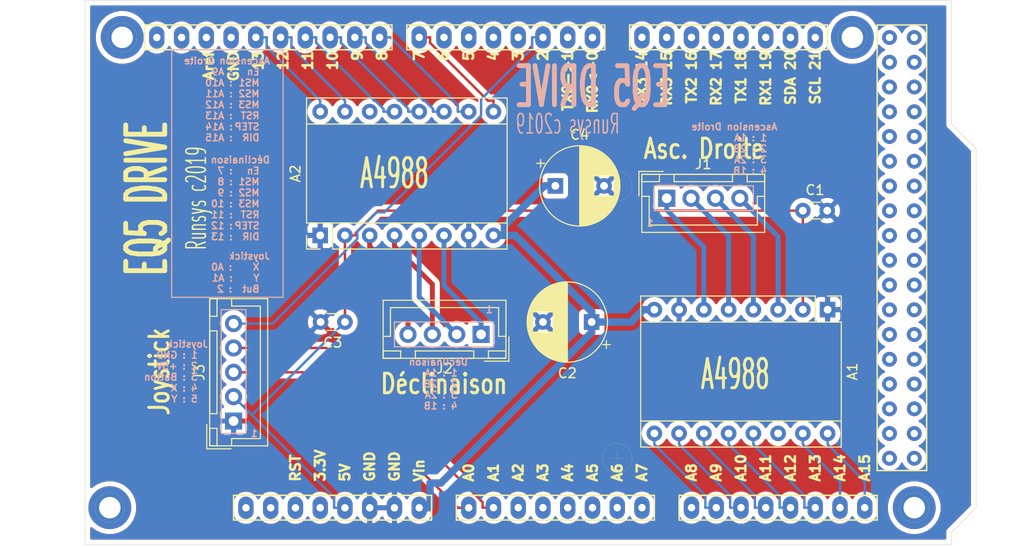
<source format=kicad_pcb>
(kicad_pcb (version 20171130) (host pcbnew 5.1.5-52549c5~84~ubuntu18.04.1)
  (layers (0 F.Cu signal) (31 B.Cu signal) (34 B.Paste user) (35 F.Paste user) (36 B.SilkS user) (37 F.SilkS user) (38 B.Mask user) (39 F.Mask user) (44 Edge.Cuts user))
  (net 0 "")
  (net 1 "Net-(SH1-Pad19)")
  (net 2 "Net-(SH1-Pad18)")
  (net 3 "Net-(SH1-Pad17)")
  (net 4 "Net-(SH1-Pad16)")
  (net 5 "Net-(SH1-Pad15)")
  (net 6 "Net-(SH1-Pad14)")
  (net 7 /13)
  (net 8 /12)
  (net 9 /11)
  (net 10 /10)
  (net 11 /9)
  (net 12 /8)
  (net 13 /7)
  (net 14 "Net-(SH1-Pad6)")
  (net 15 "Net-(SH1-Pad5)")
  (net 16 "Net-(SH1-Pad4)")
  (net 17 "Net-(SH1-Pad3)")
  (net 18 "Net-(SH1-Pad1)")
  (net 19 /A15)
  (net 20 /A14)
  (net 21 /A13)
  (net 22 /A12)
  (net 23 /A11)
  (net 24 /A10)
  (net 25 /A9)
  (net 26 "Net-(SH1-PadA8)")
  (net 27 "Net-(SH1-PadA7)")
  (net 28 "Net-(SH1-PadA6)")
  (net 29 "Net-(SH1-PadA5)")
  (net 30 "Net-(SH1-PadA4)")
  (net 31 "Net-(SH1-PadA3)")
  (net 32 "Net-(SH1-PadA2)")
  (net 33 "Net-(SH1-Pad21/2)")
  (net 34 "Net-(SH1-Pad20/2)")
  (net 35 "Net-(SH1-PadAREF)")
  (net 36 "Net-(SH1-PadGND3)")
  (net 37 "Net-(SH1-Pad0)")
  (net 38 "Net-(SH1-Pad20/1)")
  (net 39 "Net-(SH1-Pad21/1)")
  (net 40 "Net-(SH1-Pad5V/3)")
  (net 41 "Net-(SH1-Pad5V/2)")
  (net 42 "Net-(SH1-Pad49)")
  (net 43 "Net-(SH1-Pad48)")
  (net 44 "Net-(SH1-Pad47)")
  (net 45 "Net-(SH1-Pad46)")
  (net 46 "Net-(SH1-Pad45)")
  (net 47 "Net-(SH1-Pad44)")
  (net 48 "Net-(SH1-Pad43)")
  (net 49 "Net-(SH1-Pad42)")
  (net 50 "Net-(SH1-Pad41)")
  (net 51 "Net-(SH1-Pad40)")
  (net 52 "Net-(SH1-Pad39)")
  (net 53 "Net-(SH1-Pad38)")
  (net 54 "Net-(SH1-Pad37)")
  (net 55 "Net-(SH1-Pad36)")
  (net 56 "Net-(SH1-Pad35)")
  (net 57 "Net-(SH1-Pad34)")
  (net 58 "Net-(SH1-Pad33)")
  (net 59 "Net-(SH1-Pad32)")
  (net 60 "Net-(SH1-Pad31)")
  (net 61 "Net-(SH1-Pad30)")
  (net 62 "Net-(SH1-Pad29)")
  (net 63 "Net-(SH1-Pad28)")
  (net 64 "Net-(SH1-Pad27)")
  (net 65 "Net-(SH1-Pad26)")
  (net 66 "Net-(SH1-Pad25)")
  (net 67 "Net-(SH1-Pad24)")
  (net 68 "Net-(SH1-Pad23)")
  (net 69 "Net-(SH1-Pad22)")
  (net 70 "Net-(SH1-Pad53)")
  (net 71 "Net-(SH1-Pad52)")
  (net 72 "Net-(SH1-Pad51)")
  (net 73 "Net-(SH1-Pad50)")
  (net 74 "Net-(SH1-PadGND4)")
  (net 75 "Net-(SH1-Pad3V3)")
  (net 76 "Net-(SH1-PadRST)")
  (net 77 "Net-(SH1-PadIREF)")
  (net 78 "Net-(SH1-PadNC)")
  (net 79 "Net-(A1-Pad3)")
  (net 80 "Net-(A1-Pad4)")
  (net 81 "Net-(A1-Pad5)")
  (net 82 "Net-(A1-Pad6)")
  (net 83 "Net-(A1-Pad14)")
  (net 84 "Net-(A2-Pad3)")
  (net 85 "Net-(A2-Pad4)")
  (net 86 "Net-(A2-Pad5)")
  (net 87 "Net-(A2-Pad6)")
  (net 88 "Net-(A2-Pad14)")
  (net 89 GND)
  (net 90 +5V)
  (net 91 +12V)
  (net 92 "Net-(J3-Pad3)")
  (net 93 "Net-(J3-Pad4)")
  (net 94 "Net-(J3-Pad5)")
  (module Capacitor_THT:CP_Radial_D8.0mm_P5.00mm (layer F.Cu) (at 139.7 81.28)
    (fp_text reference C4 (at 2.5 -5.25) (layer F.SilkS))
    (fp_text value 100u)
    (pad 2 thru_hole circle (at 5 0) (size 1.6 1.6) (drill 0.8) (layers *.Cu *.Mask) (net 89 GND))
    (pad 1 thru_hole rect (at 0 0) (size 1.6 1.6) (drill 0.8) (layers *.Cu *.Mask) (net 91 +12V))
  )
  (module Capacitor_THT:CP_Radial_D8.0mm_P5.00mm (layer F.Cu) (at 143.43 95.25 180)
    (fp_text reference C2 (at 2.5 -5.25) (layer F.SilkS))
    (fp_text value 100u)
    (pad 2 thru_hole circle (at 5 0 180) (size 1.6 1.6) (drill 0.8) (layers *.Cu *.Mask) (net 89 GND))
    (pad 1 thru_hole rect (at 0 0 180) (size 1.6 1.6) (drill 0.8) (layers *.Cu *.Mask) (net 91 +12V))
  )
  (module MountingHole:MountingHole_2.2mm_M2_Pad (layer F.Cu) (at 176.53 114.3)
    (fp_text reference REF** hide)
    (fp_text value MountingHole_2.2mm_M2_Pad)
    (pad 1 thru_hole circle (at 0 0) (size 4.4 4.4) (drill 2.2) (layers *.Cu *.Mask))
  )
  (module MountingHole:MountingHole_2.2mm_M2_Pad (layer F.Cu) (at 170.18 66.04)
    (fp_text reference REF** hide)
    (fp_text value MountingHole_2.2mm_M2_Pad)
    (pad 1 thru_hole circle (at 0 0) (size 4.4 4.4) (drill 2.2) (layers *.Cu *.Mask))
  )
  (module MountingHole:MountingHole_2.2mm_M2_Pad (layer F.Cu) (at 93.98 114.3)
    (fp_text reference REF** hide)
    (fp_text value MountingHole_2.2mm_M2_Pad)
    (pad 1 thru_hole circle (at 0 0) (size 4.4 4.4) (drill 2.2) (layers *.Cu *.Mask))
  )
  (module MountingHole:MountingHole_2.2mm_M2_Pad (layer F.Cu) (at 95.25 66.04)
    (fp_text reference REF** hide)
    (fp_text value MountingHole_2.2mm_M2_Pad)
    (pad 1 thru_hole circle (at 0 0) (size 4.4 4.4) (drill 2.2) (layers *.Cu *.Mask))
  )
  (module Connectors_JST:JST_XH_B05B-XH-A_05x2.50mm_Straight (layer F.Cu) (at 106.68 105.41 90)
    (fp_text reference J3 (at 5 -3.5 90) (layer F.SilkS))
    (fp_text value Conn_01x05_Male)
    (pad 1 thru_hole rect (at 0 0 90) (size 1.75 1.75) (drill 1) (layers *.Cu *.Mask) (net 89 GND))
    (pad 2 thru_hole circle (at 2.5 0 90) (size 1.75 1.75) (drill 1) (layers *.Cu *.Mask) (net 90 +5V))
    (pad 3 thru_hole circle (at 5 0 90) (size 1.75 1.75) (drill 1) (layers *.Cu *.Mask) (net 92 "Net-(J3-Pad3)"))
    (pad 4 thru_hole circle (at 7.5 0 90) (size 1.75 1.75) (drill 1) (layers *.Cu *.Mask) (net 93 "Net-(J3-Pad4)"))
    (pad 5 thru_hole circle (at 10 0 90) (size 1.75 1.75) (drill 1) (layers *.Cu *.Mask) (net 94 "Net-(J3-Pad5)"))
  )
  (module Connectors_JST:JST_XH_B04B-XH-A_04x2.50mm_Straight (layer F.Cu) (at 132.08 96.52 180)
    (fp_text reference J2 (at 3.75 -3.5) (layer F.SilkS))
    (fp_text value Conn_01x04_Male)
    (pad 1 thru_hole rect (at 0 0 180) (size 1.75 1.75) (drill 1) (layers *.Cu *.Mask) (net 87 "Net-(A2-Pad6)"))
    (pad 2 thru_hole circle (at 2.5 0 180) (size 1.75 1.75) (drill 1) (layers *.Cu *.Mask) (net 86 "Net-(A2-Pad5)"))
    (pad 3 thru_hole circle (at 5 0 180) (size 1.75 1.75) (drill 1) (layers *.Cu *.Mask) (net 85 "Net-(A2-Pad4)"))
    (pad 4 thru_hole circle (at 7.5 0 180) (size 1.75 1.75) (drill 1) (layers *.Cu *.Mask) (net 84 "Net-(A2-Pad3)"))
  )
  (module Connectors_JST:JST_XH_B04B-XH-A_04x2.50mm_Straight (layer F.Cu) (at 151.13 82.55)
    (fp_text reference J1 (at 3.75 -3.5) (layer F.SilkS))
    (fp_text value Conn_01x04_Male)
    (pad 1 thru_hole rect (at 0 0) (size 1.75 1.75) (drill 1) (layers *.Cu *.Mask) (net 82 "Net-(A1-Pad6)"))
    (pad 2 thru_hole circle (at 2.5 0) (size 1.75 1.75) (drill 1) (layers *.Cu *.Mask) (net 81 "Net-(A1-Pad5)"))
    (pad 3 thru_hole circle (at 5 0) (size 1.75 1.75) (drill 1) (layers *.Cu *.Mask) (net 80 "Net-(A1-Pad4)"))
    (pad 4 thru_hole circle (at 7.5 0) (size 1.75 1.75) (drill 1) (layers *.Cu *.Mask) (net 79 "Net-(A1-Pad3)"))
  )
  (module Capacitors_THT:C_Disc_D3.0mm_W1.6mm_P2.50mm (layer F.Cu) (at 118.11 95.25 180)
    (fp_text reference C3 (at 1.25 -2.11) (layer F.SilkS))
    (fp_text value 100n)
    (pad 1 thru_hole circle (at 0 0 180) (size 1.6 1.6) (drill 0.8) (layers *.Cu *.Mask) (net 90 +5V))
    (pad 2 thru_hole circle (at 2.5 0 180) (size 1.6 1.6) (drill 0.8) (layers *.Cu *.Mask) (net 89 GND))
  )
  (module Capacitors_THT:C_Disc_D3.0mm_W1.6mm_P2.50mm (layer F.Cu) (at 165.1 83.82)
    (fp_text reference C1 (at 1.25 -2.11) (layer F.SilkS))
    (fp_text value 100n)
    (pad 1 thru_hole circle (at 0 0) (size 1.6 1.6) (drill 0.8) (layers *.Cu *.Mask) (net 90 +5V))
    (pad 2 thru_hole circle (at 2.5 0) (size 1.6 1.6) (drill 0.8) (layers *.Cu *.Mask) (net 89 GND))
  )
  (module Modules:Pololu_Breakout-16_15.2x20.3mm (layer F.Cu) (at 115.57 86.36 90)
    (fp_text reference A2 (at 6.35 -2.54 90) (layer F.SilkS))
    (fp_text value Pololu_Breakout_A4988)
    (pad 1 thru_hole rect (at 0 0 90) (size 1.6 1.6) (drill 0.8) (layers *.Cu *.Mask) (net 89 GND))
    (pad 9 thru_hole oval (at 12.7 17.78 90) (size 1.6 1.6) (drill 0.8) (layers *.Cu *.Mask) (net 13 /7))
    (pad 2 thru_hole oval (at 0 2.54 90) (size 1.6 1.6) (drill 0.8) (layers *.Cu *.Mask) (net 90 +5V))
    (pad 10 thru_hole oval (at 12.7 15.24 90) (size 1.6 1.6) (drill 0.8) (layers *.Cu *.Mask) (net 12 /8))
    (pad 3 thru_hole oval (at 0 5.08 90) (size 1.6 1.6) (drill 0.8) (layers *.Cu *.Mask) (net 84 "Net-(A2-Pad3)"))
    (pad 11 thru_hole oval (at 12.7 12.7 90) (size 1.6 1.6) (drill 0.8) (layers *.Cu *.Mask) (net 11 /9))
    (pad 4 thru_hole oval (at 0 7.62 90) (size 1.6 1.6) (drill 0.8) (layers *.Cu *.Mask) (net 85 "Net-(A2-Pad4)"))
    (pad 12 thru_hole oval (at 12.7 10.16 90) (size 1.6 1.6) (drill 0.8) (layers *.Cu *.Mask) (net 10 /10))
    (pad 5 thru_hole oval (at 0 10.16 90) (size 1.6 1.6) (drill 0.8) (layers *.Cu *.Mask) (net 86 "Net-(A2-Pad5)"))
    (pad 13 thru_hole oval (at 12.7 7.62 90) (size 1.6 1.6) (drill 0.8) (layers *.Cu *.Mask) (net 9 /11))
    (pad 6 thru_hole oval (at 0 12.7 90) (size 1.6 1.6) (drill 0.8) (layers *.Cu *.Mask) (net 87 "Net-(A2-Pad6)"))
    (pad 14 thru_hole oval (at 12.7 5.08 90) (size 1.6 1.6) (drill 0.8) (layers *.Cu *.Mask) (net 88 "Net-(A2-Pad14)"))
    (pad 7 thru_hole oval (at 0 15.24 90) (size 1.6 1.6) (drill 0.8) (layers *.Cu *.Mask) (net 89 GND))
    (pad 15 thru_hole oval (at 12.7 2.54 90) (size 1.6 1.6) (drill 0.8) (layers *.Cu *.Mask) (net 8 /12))
    (pad 8 thru_hole oval (at 0 17.78 90) (size 1.6 1.6) (drill 0.8) (layers *.Cu *.Mask) (net 91 +12V))
    (pad 16 thru_hole oval (at 12.7 0 90) (size 1.6 1.6) (drill 0.8) (layers *.Cu *.Mask) (net 7 /13))
  )
  (module Modules:Pololu_Breakout-16_15.2x20.3mm (layer F.Cu) (at 167.64 93.98 270)
    (fp_text reference A1 (at 6.35 -2.54 90) (layer F.SilkS))
    (fp_text value Pololu_Breakout_A4988)
    (pad 1 thru_hole rect (at 0 0 270) (size 1.6 1.6) (drill 0.8) (layers *.Cu *.Mask) (net 89 GND))
    (pad 9 thru_hole oval (at 12.7 17.78 270) (size 1.6 1.6) (drill 0.8) (layers *.Cu *.Mask) (net 25 /A9))
    (pad 2 thru_hole oval (at 0 2.54 270) (size 1.6 1.6) (drill 0.8) (layers *.Cu *.Mask) (net 90 +5V))
    (pad 10 thru_hole oval (at 12.7 15.24 270) (size 1.6 1.6) (drill 0.8) (layers *.Cu *.Mask) (net 24 /A10))
    (pad 3 thru_hole oval (at 0 5.08 270) (size 1.6 1.6) (drill 0.8) (layers *.Cu *.Mask) (net 79 "Net-(A1-Pad3)"))
    (pad 11 thru_hole oval (at 12.7 12.7 270) (size 1.6 1.6) (drill 0.8) (layers *.Cu *.Mask) (net 23 /A11))
    (pad 4 thru_hole oval (at 0 7.62 270) (size 1.6 1.6) (drill 0.8) (layers *.Cu *.Mask) (net 80 "Net-(A1-Pad4)"))
    (pad 12 thru_hole oval (at 12.7 10.16 270) (size 1.6 1.6) (drill 0.8) (layers *.Cu *.Mask) (net 22 /A12))
    (pad 5 thru_hole oval (at 0 10.16 270) (size 1.6 1.6) (drill 0.8) (layers *.Cu *.Mask) (net 81 "Net-(A1-Pad5)"))
    (pad 13 thru_hole oval (at 12.7 7.62 270) (size 1.6 1.6) (drill 0.8) (layers *.Cu *.Mask) (net 21 /A13))
    (pad 6 thru_hole oval (at 0 12.7 270) (size 1.6 1.6) (drill 0.8) (layers *.Cu *.Mask) (net 82 "Net-(A1-Pad6)"))
    (pad 14 thru_hole oval (at 12.7 5.08 270) (size 1.6 1.6) (drill 0.8) (layers *.Cu *.Mask) (net 83 "Net-(A1-Pad14)"))
    (pad 7 thru_hole oval (at 0 15.24 270) (size 1.6 1.6) (drill 0.8) (layers *.Cu *.Mask) (net 89 GND))
    (pad 15 thru_hole oval (at 12.7 2.54 270) (size 1.6 1.6) (drill 0.8) (layers *.Cu *.Mask) (net 20 /A14))
    (pad 8 thru_hole oval (at 0 17.78 270) (size 1.6 1.6) (drill 0.8) (layers *.Cu *.Mask) (net 91 +12V))
    (pad 16 thru_hole oval (at 12.7 0 270) (size 1.6 1.6) (drill 0.8) (layers *.Cu *.Mask) (net 19 /A15))
  )
  (module SHIELD_ARDUINO:ARDUINO_MEGA_2560_R3_ELL (layer F.Cu) (at 130.81 90.17)
    (fp_text reference SH1 hide)
    (fp_text value ARDUINO_MEGA hide)
    (pad 19 thru_hole oval (at 30.48 -24.13) (size 1.5748 2.286) (drill 0.762) (layers *.Cu *.Mask) (net 1 "Net-(SH1-Pad19)"))
    (pad 18 thru_hole oval (at 27.94 -24.13) (size 1.5748 2.286) (drill 0.762) (layers *.Cu *.Mask) (net 2 "Net-(SH1-Pad18)"))
    (pad 17 thru_hole oval (at 25.4 -24.13) (size 1.5748 2.286) (drill 0.762) (layers *.Cu *.Mask) (net 3 "Net-(SH1-Pad17)"))
    (pad 16 thru_hole oval (at 22.86 -24.13) (size 1.5748 2.286) (drill 0.762) (layers *.Cu *.Mask) (net 4 "Net-(SH1-Pad16)"))
    (pad 15 thru_hole oval (at 20.32 -24.13) (size 1.5748 2.286) (drill 0.762) (layers *.Cu *.Mask) (net 5 "Net-(SH1-Pad15)"))
    (pad 14 thru_hole oval (at 17.78 -24.13) (size 1.5748 2.286) (drill 0.762) (layers *.Cu *.Mask) (net 6 "Net-(SH1-Pad14)"))
    (pad 13 thru_hole oval (at -21.844 -24.13) (size 1.5748 2.286) (drill 0.762) (layers *.Cu *.Mask) (net 7 /13))
    (pad 12 thru_hole oval (at -19.304 -24.13) (size 1.5748 2.286) (drill 0.762) (layers *.Cu *.Mask) (net 8 /12))
    (pad 11 thru_hole oval (at -16.764 -24.13) (size 1.5748 2.286) (drill 0.762) (layers *.Cu *.Mask) (net 9 /11))
    (pad 10 thru_hole oval (at -14.224 -24.13) (size 1.5748 2.286) (drill 0.762) (layers *.Cu *.Mask) (net 10 /10))
    (pad 9 thru_hole oval (at -11.684 -24.13) (size 1.5748 2.286) (drill 0.762) (layers *.Cu *.Mask) (net 11 /9))
    (pad 8 thru_hole oval (at -9.144 -24.13) (size 1.5748 2.286) (drill 0.762) (layers *.Cu *.Mask) (net 12 /8))
    (pad 7 thru_hole oval (at -5.08 -24.13) (size 1.5748 2.286) (drill 0.762) (layers *.Cu *.Mask) (net 13 /7))
    (pad 6 thru_hole oval (at -2.54 -24.13) (size 1.5748 2.286) (drill 0.762) (layers *.Cu *.Mask) (net 14 "Net-(SH1-Pad6)"))
    (pad 5 thru_hole oval (at 0 -24.13) (size 1.5748 2.286) (drill 0.762) (layers *.Cu *.Mask) (net 15 "Net-(SH1-Pad5)"))
    (pad 4 thru_hole oval (at 2.54 -24.13) (size 1.5748 2.286) (drill 0.762) (layers *.Cu *.Mask) (net 16 "Net-(SH1-Pad4)"))
    (pad 3 thru_hole oval (at 5.08 -24.13) (size 1.5748 2.286) (drill 0.762) (layers *.Cu *.Mask) (net 17 "Net-(SH1-Pad3)"))
    (pad 2 thru_hole oval (at 7.62 -24.13) (size 1.5748 2.286) (drill 0.762) (layers *.Cu *.Mask) (net 94 "Net-(J3-Pad5)"))
    (pad 1 thru_hole oval (at 10.16 -24.13) (size 1.5748 2.286) (drill 0.762) (layers *.Cu *.Mask) (net 18 "Net-(SH1-Pad1)"))
    (pad A15 thru_hole oval (at 40.64 24.13) (size 1.5748 2.286) (drill 0.762) (layers *.Cu *.Mask) (net 19 /A15))
    (pad A14 thru_hole oval (at 38.1 24.13) (size 1.5748 2.286) (drill 0.762) (layers *.Cu *.Mask) (net 20 /A14))
    (pad A13 thru_hole oval (at 35.56 24.13) (size 1.5748 2.286) (drill 0.762) (layers *.Cu *.Mask) (net 21 /A13))
    (pad A12 thru_hole oval (at 33.02 24.13) (size 1.5748 2.286) (drill 0.762) (layers *.Cu *.Mask) (net 22 /A12))
    (pad A11 thru_hole oval (at 30.48 24.13) (size 1.5748 2.286) (drill 0.762) (layers *.Cu *.Mask) (net 23 /A11))
    (pad A10 thru_hole oval (at 27.94 24.13) (size 1.5748 2.286) (drill 0.762) (layers *.Cu *.Mask) (net 24 /A10))
    (pad A9 thru_hole oval (at 25.4 24.13) (size 1.5748 2.286) (drill 0.762) (layers *.Cu *.Mask) (net 25 /A9))
    (pad A8 thru_hole oval (at 22.86 24.13) (size 1.5748 2.286) (drill 0.762) (layers *.Cu *.Mask) (net 26 "Net-(SH1-PadA8)"))
    (pad A7 thru_hole oval (at 17.78 24.13) (size 1.5748 2.286) (drill 0.762) (layers *.Cu *.Mask) (net 27 "Net-(SH1-PadA7)"))
    (pad A6 thru_hole oval (at 15.24 24.13) (size 1.5748 2.286) (drill 0.762) (layers *.Cu *.Mask) (net 28 "Net-(SH1-PadA6)"))
    (pad A5 thru_hole oval (at 12.7 24.13) (size 1.5748 2.286) (drill 0.762) (layers *.Cu *.Mask) (net 29 "Net-(SH1-PadA5)"))
    (pad A4 thru_hole oval (at 10.16 24.13) (size 1.5748 2.286) (drill 0.762) (layers *.Cu *.Mask) (net 30 "Net-(SH1-PadA4)"))
    (pad A3 thru_hole oval (at 7.62 24.13) (size 1.5748 2.286) (drill 0.762) (layers *.Cu *.Mask) (net 31 "Net-(SH1-PadA3)"))
    (pad A2 thru_hole oval (at 5.08 24.13) (size 1.5748 2.286) (drill 0.762) (layers *.Cu *.Mask) (net 32 "Net-(SH1-PadA2)"))
    (pad A1 thru_hole oval (at 2.54 24.13) (size 1.5748 2.286) (drill 0.762) (layers *.Cu *.Mask) (net 93 "Net-(J3-Pad4)"))
    (pad 21/2 thru_hole oval (at -32.004 -24.1173) (size 1.5748 2.286) (drill 0.762) (layers *.Cu *.Mask) (net 33 "Net-(SH1-Pad21/2)"))
    (pad 20/2 thru_hole oval (at -29.464 -24.1173) (size 1.5748 2.286) (drill 0.762) (layers *.Cu *.Mask) (net 34 "Net-(SH1-Pad20/2)"))
    (pad AREF thru_hole oval (at -26.924 -24.1173) (size 1.5748 2.286) (drill 0.762) (layers *.Cu *.Mask) (net 35 "Net-(SH1-PadAREF)"))
    (pad GND3 thru_hole oval (at -24.384 -24.1173) (size 1.5748 2.286) (drill 0.762) (layers *.Cu *.Mask) (net 36 "Net-(SH1-PadGND3)"))
    (pad 0 thru_hole oval (at 12.7 -24.1173) (size 1.5748 2.286) (drill 0.762) (layers *.Cu *.Mask) (net 37 "Net-(SH1-Pad0)"))
    (pad 20/1 thru_hole oval (at 33.02 -24.1173) (size 1.5748 2.286) (drill 0.762) (layers *.Cu *.Mask) (net 38 "Net-(SH1-Pad20/1)"))
    (pad 21/1 thru_hole oval (at 35.56 -24.1173) (size 1.5748 2.286) (drill 0.762) (layers *.Cu *.Mask) (net 39 "Net-(SH1-Pad21/1)"))
    (pad 5V/3 thru_hole circle (at 45.72 -24.1173) (size 1.524 1.524) (drill 0.762) (layers *.Cu *.Mask) (net 40 "Net-(SH1-Pad5V/3)"))
    (pad 5V/2 thru_hole circle (at 43.18 -24.1173) (size 1.524 1.524) (drill 0.762) (layers *.Cu *.Mask) (net 41 "Net-(SH1-Pad5V/2)"))
    (pad 49 thru_hole circle (at 45.72 11.4427) (size 1.524 1.524) (drill 0.762) (layers *.Cu *.Mask) (net 42 "Net-(SH1-Pad49)"))
    (pad 48 thru_hole circle (at 43.18 11.4427) (size 1.524 1.524) (drill 0.762) (layers *.Cu *.Mask) (net 43 "Net-(SH1-Pad48)"))
    (pad 47 thru_hole circle (at 45.72 8.9027) (size 1.524 1.524) (drill 0.762) (layers *.Cu *.Mask) (net 44 "Net-(SH1-Pad47)"))
    (pad 46 thru_hole circle (at 43.18 8.9027) (size 1.524 1.524) (drill 0.762) (layers *.Cu *.Mask) (net 45 "Net-(SH1-Pad46)"))
    (pad 45 thru_hole circle (at 45.72 6.3627) (size 1.524 1.524) (drill 0.762) (layers *.Cu *.Mask) (net 46 "Net-(SH1-Pad45)"))
    (pad 44 thru_hole circle (at 43.18 6.3627) (size 1.524 1.524) (drill 0.762) (layers *.Cu *.Mask) (net 47 "Net-(SH1-Pad44)"))
    (pad 43 thru_hole circle (at 45.72 3.8227) (size 1.524 1.524) (drill 0.762) (layers *.Cu *.Mask) (net 48 "Net-(SH1-Pad43)"))
    (pad 42 thru_hole circle (at 43.18 3.8227) (size 1.524 1.524) (drill 0.762) (layers *.Cu *.Mask) (net 49 "Net-(SH1-Pad42)"))
    (pad 41 thru_hole circle (at 45.72 1.2827) (size 1.524 1.524) (drill 0.762) (layers *.Cu *.Mask) (net 50 "Net-(SH1-Pad41)"))
    (pad 40 thru_hole circle (at 43.18 1.2827) (size 1.524 1.524) (drill 0.762) (layers *.Cu *.Mask) (net 51 "Net-(SH1-Pad40)"))
    (pad 39 thru_hole circle (at 45.72 -1.2573) (size 1.524 1.524) (drill 0.762) (layers *.Cu *.Mask) (net 52 "Net-(SH1-Pad39)"))
    (pad 38 thru_hole circle (at 43.18 -1.2573) (size 1.524 1.524) (drill 0.762) (layers *.Cu *.Mask) (net 53 "Net-(SH1-Pad38)"))
    (pad 37 thru_hole circle (at 45.72 -3.7973) (size 1.524 1.524) (drill 0.762) (layers *.Cu *.Mask) (net 54 "Net-(SH1-Pad37)"))
    (pad 36 thru_hole circle (at 43.18 -3.7973) (size 1.524 1.524) (drill 0.762) (layers *.Cu *.Mask) (net 55 "Net-(SH1-Pad36)"))
    (pad 35 thru_hole circle (at 45.72 -6.3373) (size 1.524 1.524) (drill 0.762) (layers *.Cu *.Mask) (net 56 "Net-(SH1-Pad35)"))
    (pad 34 thru_hole circle (at 43.18 -6.3373) (size 1.524 1.524) (drill 0.762) (layers *.Cu *.Mask) (net 57 "Net-(SH1-Pad34)"))
    (pad 33 thru_hole circle (at 45.72 -8.8773) (size 1.524 1.524) (drill 0.762) (layers *.Cu *.Mask) (net 58 "Net-(SH1-Pad33)"))
    (pad 32 thru_hole circle (at 43.18 -8.8773) (size 1.524 1.524) (drill 0.762) (layers *.Cu *.Mask) (net 59 "Net-(SH1-Pad32)"))
    (pad 31 thru_hole circle (at 45.72 -11.4173) (size 1.524 1.524) (drill 0.762) (layers *.Cu *.Mask) (net 60 "Net-(SH1-Pad31)"))
    (pad 30 thru_hole circle (at 43.18 -11.4173) (size 1.524 1.524) (drill 0.762) (layers *.Cu *.Mask) (net 61 "Net-(SH1-Pad30)"))
    (pad 29 thru_hole circle (at 45.72 -13.9573) (size 1.524 1.524) (drill 0.762) (layers *.Cu *.Mask) (net 62 "Net-(SH1-Pad29)"))
    (pad 28 thru_hole circle (at 43.18 -13.9573) (size 1.524 1.524) (drill 0.762) (layers *.Cu *.Mask) (net 63 "Net-(SH1-Pad28)"))
    (pad 27 thru_hole circle (at 45.72 -16.4973) (size 1.524 1.524) (drill 0.762) (layers *.Cu *.Mask) (net 64 "Net-(SH1-Pad27)"))
    (pad 26 thru_hole circle (at 43.18 -16.4973) (size 1.524 1.524) (drill 0.762) (layers *.Cu *.Mask) (net 65 "Net-(SH1-Pad26)"))
    (pad 25 thru_hole circle (at 45.72 -19.0373) (size 1.524 1.524) (drill 0.762) (layers *.Cu *.Mask) (net 66 "Net-(SH1-Pad25)"))
    (pad 24 thru_hole circle (at 43.18 -19.0373) (size 1.524 1.524) (drill 0.762) (layers *.Cu *.Mask) (net 67 "Net-(SH1-Pad24)"))
    (pad 23 thru_hole circle (at 45.72 -21.5773) (size 1.524 1.524) (drill 0.762) (layers *.Cu *.Mask) (net 68 "Net-(SH1-Pad23)"))
    (pad 22 thru_hole circle (at 43.18 -21.5773) (size 1.524 1.524) (drill 0.762) (layers *.Cu *.Mask) (net 69 "Net-(SH1-Pad22)"))
    (pad 53 thru_hole circle (at 45.72 16.5227) (size 1.524 1.524) (drill 0.762) (layers *.Cu *.Mask) (net 70 "Net-(SH1-Pad53)"))
    (pad 52 thru_hole circle (at 43.18 16.5227) (size 1.524 1.524) (drill 0.762) (layers *.Cu *.Mask) (net 71 "Net-(SH1-Pad52)"))
    (pad 51 thru_hole circle (at 45.72 13.9827) (size 1.524 1.524) (drill 0.762) (layers *.Cu *.Mask) (net 72 "Net-(SH1-Pad51)"))
    (pad 50 thru_hole circle (at 43.18 13.9827) (size 1.524 1.524) (drill 0.762) (layers *.Cu *.Mask) (net 73 "Net-(SH1-Pad50)"))
    (pad GND5 thru_hole circle (at 45.72 19.0627) (size 1.524 1.524) (drill 0.762) (layers *.Cu *.Mask))
    (pad GND4 thru_hole circle (at 43.18 19.0627) (size 1.524 1.524) (drill 0.762) (layers *.Cu *.Mask) (net 74 "Net-(SH1-PadGND4)"))
    (pad A0 thru_hole oval (at 0 24.1427) (size 1.5748 2.286) (drill 0.762) (layers *.Cu *.Mask) (net 92 "Net-(J3-Pad3)"))
    (pad VIN thru_hole oval (at -5.08 24.1427) (size 1.5748 2.286) (drill 0.762) (layers *.Cu *.Mask) (net 91 +12V))
    (pad GND2 thru_hole oval (at -7.62 24.1427) (size 1.5748 2.286) (drill 0.762) (layers *.Cu *.Mask) (net 89 GND))
    (pad GND1 thru_hole oval (at -10.16 24.1427) (size 1.5748 2.286) (drill 0.762) (layers *.Cu *.Mask) (net 89 GND))
    (pad 5V/1 thru_hole oval (at -12.7 24.1427) (size 1.5748 2.286) (drill 0.762) (layers *.Cu *.Mask) (net 90 +5V))
    (pad 3V3 thru_hole oval (at -15.24 24.1427) (size 1.5748 2.286) (drill 0.762) (layers *.Cu *.Mask) (net 75 "Net-(SH1-Pad3V3)"))
    (pad RST thru_hole oval (at -17.78 24.1427) (size 1.5748 2.286) (drill 0.762) (layers *.Cu *.Mask) (net 76 "Net-(SH1-PadRST)"))
    (pad IREF thru_hole oval (at -20.32 24.1427) (size 1.5748 2.286) (drill 0.762) (layers *.Cu *.Mask) (net 77 "Net-(SH1-PadIREF)"))
    (pad NC thru_hole oval (at -22.86 24.1427) (size 1.5748 2.286) (drill 0.762) (layers *.Cu *.Mask) (net 78 "Net-(SH1-PadNC)"))
  )
  (gr_line (start 111.76 67.31) (end 111.76 92.71) (layer B.SilkS) (width 0.12))
  (gr_line (start 100.33 67.31) (end 111.76 67.31) (layer B.SilkS) (width 0.12))
  (gr_line (start 100.33 92.71) (end 100.33 67.31) (layer B.SilkS) (width 0.12))
  (gr_line (start 111.76 92.71) (end 100.33 92.71) (layer B.SilkS) (width 0.12))
  (gr_line (start 180.34 118.11) (end 180.34 116.84) (layer Edge.Cuts) (width 0.05))
  (gr_line (start 180.34 118.11) (end 91.44 118.11) (layer Edge.Cuts) (width 0.05))
  (gr_line (start 182.88 77.47) (end 182.88 81.28) (layer Edge.Cuts) (width 0.05))
  (gr_line (start 180.34 74.93) (end 182.88 77.47) (layer Edge.Cuts) (width 0.05))
  (gr_line (start 180.34 62.23) (end 180.34 74.93) (layer Edge.Cuts) (width 0.05))
  (gr_line (start 182.88 114.3) (end 182.88 81.28) (layer Edge.Cuts) (width 0.05))
  (gr_line (start 180.34 116.84) (end 182.88 114.3) (layer Edge.Cuts) (width 0.05))
  (gr_text "\n: 7\n: 8\n: 9\n: 10\n: 11  \n: 12\n: 13" (at 106.68 82.55) (layer B.SilkS) (effects (font (size 0.7 0.7)) (justify left mirror)))
  (gr_text "\n: A9\n: A10\n: A11\n: A12\n: A13  \n: A14\n: A15" (at 106.68 72.39) (layer B.SilkS) (effects (font (size 0.7 0.7)) (justify left mirror)))
  (gr_text 1 (at 109.22 106.68) (layer B.SilkS) (effects (font (size 0.7 0.7)) (justify left mirror)))
  (gr_text 1 (at 149.86 85.09) (layer B.SilkS) (effects (font (size 0.7 0.7)) (justify left mirror)))
  (gr_text 1 (at 133.35 93.98) (layer B.SilkS) (effects (font (size 0.7 0.7)) (justify left mirror)))
  (gr_text "Joystick\n  1 : GND\n  2 : +5V\n  3 : Button\n  4 : X\n  5 : Y\n" (at 104.14 100.33) (layer B.SilkS) (effects (font (size 0.7 0.7)) (justify left mirror)))
  (gr_text "Déclinaison\n  En\n  MS1\n  MS2\n  MS3\n  RST\n  STEP\n  DIR" (at 110.49 82.55) (layer B.SilkS) (effects (font (size 0.7 0.7)) (justify left mirror)))
  (gr_text "Ascension Droite\n  En\n  MS1\n  MS2\n  MS3\n  RST  \n  STEP\n  DIR" (at 110.49 72.39) (layer B.SilkS) (effects (font (size 0.7 0.7)) (justify left mirror)))
  (gr_text "Joystick\n  X    : A0\n  Y    : A1\n  But  : 2\n" (at 110.49 90.17) (layer B.SilkS) (effects (font (size 0.7 0.7)) (justify left mirror)))
  (gr_line (start 105.41 106.68) (end 107.95 106.68) (layer B.SilkS) (width 0.12))
  (gr_line (start 107.95 106.68) (end 107.95 93.98) (layer B.SilkS) (width 0.12))
  (gr_line (start 105.41 93.98) (end 105.41 106.68) (layer B.SilkS) (width 0.12))
  (gr_line (start 107.95 93.98) (end 105.41 93.98) (layer B.SilkS) (width 0.12))
  (gr_line (start 160.02 83.82) (end 160.02 81.28) (layer B.SilkS) (width 0.12))
  (gr_line (start 149.86 83.82) (end 160.02 83.82) (layer B.SilkS) (width 0.12))
  (gr_line (start 149.86 81.28) (end 149.86 83.82) (layer B.SilkS) (width 0.12))
  (gr_line (start 160.02 81.28) (end 149.86 81.28) (layer B.SilkS) (width 0.12))
  (gr_line (start 133.35 95.25) (end 123.19 95.25) (layer B.SilkS) (width 0.12))
  (gr_line (start 133.35 97.79) (end 133.35 95.25) (layer B.SilkS) (width 0.12))
  (gr_line (start 123.19 97.79) (end 133.35 97.79) (layer B.SilkS) (width 0.12))
  (gr_line (start 123.19 95.25) (end 123.19 97.79) (layer B.SilkS) (width 0.12))
  (gr_text "Runsys c2019" (at 140.97 74.93) (layer B.SilkS) (effects (font (size 2 1)) (justify mirror)))
  (gr_text "EQ5 DRIVE" (at 143.51 71.12) (layer B.SilkS) (effects (font (size 4 2) (thickness 0.5)) (justify mirror)))
  (gr_text "Déclinaison\n  1 : 1A\n  2 : 2B\n  3 : 2A\n  4 : 1B" (at 130.81 101.6) (layer B.SilkS) (effects (font (size 0.7 0.7)) (justify left mirror)))
  (gr_text "Ascension Droite\n  1 : 1A\n  2 : 2B\n  3 : 2A\n  4 : 1B" (at 162.56 77.47) (layer B.SilkS) (effects (font (size 0.7 0.7)) (justify left mirror)))
  (gr_text A4988 (at 158.159828 100.618087) (layer F.SilkS) (effects (font (size 3 1.5) (thickness 0.3))))
  (gr_text A4988 (at 123.19 80.01) (layer F.SilkS) (effects (font (size 3 1.5) (thickness 0.3))))
  (gr_text 8 (at 121.92 67.31 90) (layer F.SilkS) (effects (font (size 1 1) (thickness 0.25)) (justify right)))
  (gr_text 9 (at 119.38 67.31 90) (layer F.SilkS) (effects (font (size 1 1) (thickness 0.25)) (justify right)))
  (gr_text 10 (at 116.84 67.31 90) (layer F.SilkS) (effects (font (size 1 1) (thickness 0.25)) (justify right)))
  (gr_text 11 (at 114.3 67.31 90) (layer F.SilkS) (effects (font (size 1 1) (thickness 0.25)) (justify right)))
  (gr_text 12 (at 111.76 67.31 90) (layer F.SilkS) (effects (font (size 1 1) (thickness 0.25)) (justify right)))
  (gr_text 13 (at 109.22 67.31 90) (layer F.SilkS) (effects (font (size 1 1) (thickness 0.25)) (justify right)))
  (gr_text "GND\n" (at 106.68 67.31 90) (layer F.SilkS) (effects (font (size 1 1) (thickness 0.25)) (justify right)))
  (gr_text Aref (at 104.14 67.31 90) (layer F.SilkS) (effects (font (size 1 1) (thickness 0.25)) (justify right)))
  (gr_text "SCL 21\n" (at 166.37 67.31 90) (layer F.SilkS) (effects (font (size 1 1) (thickness 0.25)) (justify right)))
  (gr_text "SDA 20" (at 163.83 67.31 90) (layer F.SilkS) (effects (font (size 1 1) (thickness 0.25)) (justify right)))
  (gr_text "RX1 19" (at 161.29 67.31 90) (layer F.SilkS) (effects (font (size 1 1) (thickness 0.25)) (justify right)))
  (gr_text "TX1 18" (at 158.75 67.31 90) (layer F.SilkS) (effects (font (size 1 1) (thickness 0.25)) (justify right)))
  (gr_text "RX2 17" (at 156.21 67.31 90) (layer F.SilkS) (effects (font (size 1 1) (thickness 0.25)) (justify right)))
  (gr_text "TX2 16" (at 153.67 67.31 90) (layer F.SilkS) (effects (font (size 1 1) (thickness 0.25)) (justify right)))
  (gr_text "RX3 15" (at 151.13 67.31 90) (layer F.SilkS) (effects (font (size 1 1) (thickness 0.25)) (justify right)))
  (gr_text "TX3 14" (at 148.59 67.31 90) (layer F.SilkS) (effects (font (size 1 1) (thickness 0.25)) (justify right)))
  (gr_text RX0<-0 (at 143.51 67.31 90) (layer F.SilkS) (effects (font (size 1 1) (thickness 0.25)) (justify right)))
  (gr_text TX0->1 (at 140.97 67.31 90) (layer F.SilkS) (effects (font (size 1 1) (thickness 0.25)) (justify right)))
  (gr_text 2 (at 138.43 67.31 90) (layer F.SilkS) (effects (font (size 1 1) (thickness 0.25)) (justify right)))
  (gr_text 3 (at 135.89 67.31 90) (layer F.SilkS) (effects (font (size 1 1) (thickness 0.25)) (justify right)))
  (gr_text 4 (at 133.35 67.31 90) (layer F.SilkS) (effects (font (size 1 1) (thickness 0.25)) (justify right)))
  (gr_text 5 (at 130.81 67.31 90) (layer F.SilkS) (effects (font (size 1 1) (thickness 0.25)) (justify right)))
  (gr_text "6\n" (at 128.27 67.31 90) (layer F.SilkS) (effects (font (size 1 1) (thickness 0.25)) (justify right)))
  (gr_text 7 (at 125.73 67.31 90) (layer F.SilkS) (effects (font (size 1 1) (thickness 0.25)) (justify right)))
  (gr_text A15 (at 171.45 111.76 90) (layer F.SilkS) (effects (font (size 1 1) (thickness 0.25)) (justify left)))
  (gr_text "A14\n" (at 168.91 111.76 90) (layer F.SilkS) (effects (font (size 1 1) (thickness 0.25)) (justify left)))
  (gr_text A13 (at 166.37 111.76 90) (layer F.SilkS) (effects (font (size 1 1) (thickness 0.25)) (justify left)))
  (gr_text "A12\n" (at 163.83 111.76 90) (layer F.SilkS) (effects (font (size 1 1) (thickness 0.25)) (justify left)))
  (gr_text A11 (at 161.29 111.76 90) (layer F.SilkS) (effects (font (size 1 1) (thickness 0.25)) (justify left)))
  (gr_text A10 (at 158.75 111.76 90) (layer F.SilkS) (effects (font (size 1 1) (thickness 0.25)) (justify left)))
  (gr_text A9 (at 156.21 111.76 90) (layer F.SilkS) (effects (font (size 1 1) (thickness 0.25)) (justify left)))
  (gr_text A8 (at 153.67 111.76 90) (layer F.SilkS) (effects (font (size 1 1) (thickness 0.25)) (justify left)))
  (gr_text "A7\n" (at 148.59 111.76 90) (layer F.SilkS) (effects (font (size 1 1) (thickness 0.25)) (justify left)))
  (gr_text A6 (at 146.05 111.76 90) (layer F.SilkS) (effects (font (size 1 1) (thickness 0.25)) (justify left)))
  (gr_text A5 (at 143.51 111.76 90) (layer F.SilkS) (effects (font (size 1 1) (thickness 0.25)) (justify left)))
  (gr_text A4 (at 140.97 111.76 90) (layer F.SilkS) (effects (font (size 1 1) (thickness 0.25)) (justify left)))
  (gr_text "A3\n" (at 138.43 111.76 90) (layer F.SilkS) (effects (font (size 1 1) (thickness 0.25)) (justify left)))
  (gr_text A2 (at 135.89 111.76 90) (layer F.SilkS) (effects (font (size 1 1) (thickness 0.25)) (justify left)))
  (gr_text A1 (at 133.35 111.76 90) (layer F.SilkS) (effects (font (size 1 1) (thickness 0.25)) (justify left)))
  (gr_text A0 (at 130.81 111.76 90) (layer F.SilkS) (effects (font (size 1 1) (thickness 0.25)) (justify left)))
  (gr_text "RST\n" (at 113.03 111.76 90) (layer F.SilkS) (effects (font (size 1 1) (thickness 0.25)) (justify left)))
  (gr_text 3.3V (at 115.57 111.76 90) (layer F.SilkS) (effects (font (size 1 1) (thickness 0.25)) (justify left)))
  (gr_text 5V (at 118.11 111.76 90) (layer F.SilkS) (effects (font (size 1 1) (thickness 0.25)) (justify left)))
  (gr_text Vin (at 125.73 111.76 90) (layer F.SilkS) (effects (font (size 1 1) (thickness 0.25)) (justify left)))
  (gr_text GND (at 120.65 111.76 90) (layer F.SilkS) (effects (font (size 1 1) (thickness 0.25)) (justify left)))
  (gr_text GND (at 123.19 111.76 90) (layer F.SilkS) (effects (font (size 1 1) (thickness 0.25)) (justify left)))
  (gr_text Joystick (at 99.06 100.33 90) (layer F.SilkS) (effects (font (size 2 1.5) (thickness 0.3))))
  (gr_text Déclinaison (at 128.27 101.6) (layer F.SilkS) (effects (font (size 2 1.5) (thickness 0.3))))
  (gr_text "Asc. Droite" (at 154.94 77.47) (layer F.SilkS) (effects (font (size 2 1.5) (thickness 0.3))))
  (gr_text "Runsys c2019" (at 102.87 82.55 90) (layer F.SilkS) (effects (font (size 2 1))))
  (gr_text "EQ5 DRIVE" (at 97.79 82.55 90) (layer F.SilkS) (effects (font (size 4 2) (thickness 0.5))))
  (gr_line (start 91.44 118.11) (end 91.44 62.23) (layer Edge.Cuts) (width 0.05))
  (gr_line (start 91.44 62.23) (end 180.34 62.23) (layer Edge.Cuts) (width 0.05))
  (segment (start 115.57 73.66) (end 115.57 72.5347) (width 0.25) (layer B.Cu) (net 7))
  (segment (start 108.966 66.04) (end 110.0787 66.04) (width 0.25) (layer B.Cu) (net 7))
  (segment (start 110.0787 66.04) (end 110.0787 67.0434) (width 0.25) (layer B.Cu) (net 7))
  (segment (start 110.0787 67.0434) (end 115.57 72.5347) (width 0.25) (layer B.Cu) (net 7))
  (segment (start 118.11 73.66) (end 118.11 72.5347) (width 0.25) (layer B.Cu) (net 8))
  (segment (start 111.506 66.04) (end 112.6187 66.04) (width 0.25) (layer B.Cu) (net 8))
  (segment (start 112.6187 66.04) (end 112.6187 67.0434) (width 0.25) (layer B.Cu) (net 8))
  (segment (start 112.6187 67.0434) (end 118.11 72.5347) (width 0.25) (layer B.Cu) (net 8))
  (segment (start 123.19 73.66) (end 122.0647 73.66) (width 0.25) (layer B.Cu) (net 9))
  (segment (start 114.046 66.04) (end 115.1587 66.04) (width 0.25) (layer B.Cu) (net 9))
  (segment (start 115.1587 66.04) (end 115.1587 66.5964) (width 0.25) (layer B.Cu) (net 9))
  (segment (start 115.1587 66.5964) (end 121.097 72.5347) (width 0.25) (layer B.Cu) (net 9))
  (segment (start 121.097 72.5347) (end 121.2181 72.5347) (width 0.25) (layer B.Cu) (net 9))
  (segment (start 121.2181 72.5347) (end 122.0647 73.3813) (width 0.25) (layer B.Cu) (net 9))
  (segment (start 122.0647 73.3813) (end 122.0647 73.66) (width 0.25) (layer B.Cu) (net 9))
  (segment (start 125.73 73.66) (end 124.6047 73.66) (width 0.25) (layer B.Cu) (net 10))
  (segment (start 116.586 66.04) (end 117.6987 66.04) (width 0.25) (layer B.Cu) (net 10))
  (segment (start 117.6987 66.04) (end 117.6987 66.5964) (width 0.25) (layer B.Cu) (net 10))
  (segment (start 117.6987 66.5964) (end 123.637 72.5347) (width 0.25) (layer B.Cu) (net 10))
  (segment (start 123.637 72.5347) (end 123.7581 72.5347) (width 0.25) (layer B.Cu) (net 10))
  (segment (start 123.7581 72.5347) (end 124.6047 73.3813) (width 0.25) (layer B.Cu) (net 10))
  (segment (start 124.6047 73.3813) (end 124.6047 73.66) (width 0.25) (layer B.Cu) (net 10))
  (segment (start 128.27 73.66) (end 127.1447 73.66) (width 0.25) (layer B.Cu) (net 11))
  (segment (start 119.126 66.04) (end 120.2387 66.04) (width 0.25) (layer B.Cu) (net 11))
  (segment (start 120.2387 66.04) (end 120.2387 66.5963) (width 0.25) (layer B.Cu) (net 11))
  (segment (start 120.2387 66.5963) (end 126.1771 72.5347) (width 0.25) (layer B.Cu) (net 11))
  (segment (start 126.1771 72.5347) (end 126.2982 72.5347) (width 0.25) (layer B.Cu) (net 11))
  (segment (start 126.2982 72.5347) (end 127.1447 73.3812) (width 0.25) (layer B.Cu) (net 11))
  (segment (start 127.1447 73.3812) (end 127.1447 73.66) (width 0.25) (layer B.Cu) (net 11))
  (segment (start 121.666 66.04) (end 122.7787 66.04) (width 0.25) (layer B.Cu) (net 12))
  (segment (start 130.81 73.66) (end 129.6847 73.66) (width 0.25) (layer B.Cu) (net 12))
  (segment (start 122.7787 66.04) (end 129.6847 72.946) (width 0.25) (layer B.Cu) (net 12))
  (segment (start 129.6847 72.946) (end 129.6847 73.66) (width 0.25) (layer B.Cu) (net 12))
  (segment (start 133.35 73.66) (end 133.35 72.5347) (width 0.25) (layer F.Cu) (net 13))
  (segment (start 125.73 66.04) (end 126.8427 66.04) (width 0.25) (layer F.Cu) (net 13))
  (segment (start 126.8427 66.04) (end 126.8427 66.5964) (width 0.25) (layer F.Cu) (net 13))
  (segment (start 126.8427 66.5964) (end 132.781 72.5347) (width 0.25) (layer F.Cu) (net 13))
  (segment (start 132.781 72.5347) (end 133.35 72.5347) (width 0.25) (layer F.Cu) (net 13))
  (segment (start 167.64 106.68) (end 167.64 107.8053) (width 0.25) (layer B.Cu) (net 19))
  (segment (start 171.45 114.3) (end 171.45 111.6153) (width 0.25) (layer B.Cu) (net 19))
  (segment (start 171.45 111.6153) (end 167.64 107.8053) (width 0.25) (layer B.Cu) (net 19))
  (segment (start 165.1 106.68) (end 165.1 107.8053) (width 0.25) (layer B.Cu) (net 20))
  (segment (start 168.91 114.3) (end 168.91 111.6153) (width 0.25) (layer B.Cu) (net 20))
  (segment (start 168.91 111.6153) (end 165.1 107.8053) (width 0.25) (layer B.Cu) (net 20))
  (segment (start 160.02 106.68) (end 160.02 107.8053) (width 0.25) (layer B.Cu) (net 21))
  (segment (start 166.37 114.3) (end 165.2573 114.3) (width 0.25) (layer B.Cu) (net 21))
  (segment (start 165.2573 114.3) (end 165.2573 113.0426) (width 0.25) (layer B.Cu) (net 21))
  (segment (start 165.2573 113.0426) (end 160.02 107.8053) (width 0.25) (layer B.Cu) (net 21))
  (segment (start 157.48 106.68) (end 157.48 107.8053) (width 0.25) (layer B.Cu) (net 22))
  (segment (start 163.83 114.3) (end 162.7173 114.3) (width 0.25) (layer B.Cu) (net 22))
  (segment (start 162.7173 114.3) (end 162.7173 113.0426) (width 0.25) (layer B.Cu) (net 22))
  (segment (start 162.7173 113.0426) (end 157.48 107.8053) (width 0.25) (layer B.Cu) (net 22))
  (segment (start 154.94 106.68) (end 154.94 107.8053) (width 0.25) (layer B.Cu) (net 23))
  (segment (start 161.29 114.3) (end 160.1773 114.3) (width 0.25) (layer B.Cu) (net 23))
  (segment (start 160.1773 114.3) (end 160.1773 113.0426) (width 0.25) (layer B.Cu) (net 23))
  (segment (start 160.1773 113.0426) (end 154.94 107.8053) (width 0.25) (layer B.Cu) (net 23))
  (segment (start 152.4 106.68) (end 152.4 107.8053) (width 0.25) (layer B.Cu) (net 24))
  (segment (start 158.75 114.3) (end 157.6373 114.3) (width 0.25) (layer B.Cu) (net 24))
  (segment (start 157.6373 114.3) (end 157.6373 113.0426) (width 0.25) (layer B.Cu) (net 24))
  (segment (start 157.6373 113.0426) (end 152.4 107.8053) (width 0.25) (layer B.Cu) (net 24))
  (segment (start 149.86 106.68) (end 149.86 107.8053) (width 0.25) (layer B.Cu) (net 25))
  (segment (start 156.21 114.3) (end 155.0973 114.3) (width 0.25) (layer B.Cu) (net 25))
  (segment (start 155.0973 114.3) (end 155.0973 113.0426) (width 0.25) (layer B.Cu) (net 25))
  (segment (start 155.0973 113.0426) (end 149.86 107.8053) (width 0.25) (layer B.Cu) (net 25))
  (segment (start 162.56 93.98) (end 162.56 86.48) (width 0.508) (layer B.Cu) (net 79))
  (segment (start 162.56 86.48) (end 158.63 82.55) (width 0.508) (layer B.Cu) (net 79))
  (segment (start 160.02 93.98) (end 160.02 86.44) (width 0.508) (layer B.Cu) (net 80))
  (segment (start 160.02 86.44) (end 156.13 82.55) (width 0.508) (layer B.Cu) (net 80))
  (segment (start 157.48 93.98) (end 157.48 86.4) (width 0.508) (layer B.Cu) (net 81))
  (segment (start 157.48 86.4) (end 153.63 82.55) (width 0.508) (layer B.Cu) (net 81))
  (segment (start 151.13 82.55) (end 151.13 83.7503) (width 0.508) (layer B.Cu) (net 82))
  (segment (start 154.94 93.98) (end 154.94 87.5603) (width 0.508) (layer B.Cu) (net 82))
  (segment (start 154.94 87.5603) (end 151.13 83.7503) (width 0.508) (layer B.Cu) (net 82))
  (segment (start 120.65 86.36) (end 120.65 87.4853) (width 0.508) (layer F.Cu) (net 84))
  (segment (start 120.65 87.4853) (end 124.58 91.4153) (width 0.508) (layer F.Cu) (net 84))
  (segment (start 124.58 91.4153) (end 124.58 96.52) (width 0.508) (layer F.Cu) (net 84))
  (segment (start 123.19 86.36) (end 123.19 87.4853) (width 0.508) (layer F.Cu) (net 85))
  (segment (start 123.19 87.4853) (end 127.08 91.3753) (width 0.508) (layer F.Cu) (net 85))
  (segment (start 127.08 91.3753) (end 127.08 96.52) (width 0.508) (layer F.Cu) (net 85))
  (segment (start 125.73 86.36) (end 125.73 92.67) (width 0.508) (layer B.Cu) (net 86))
  (segment (start 125.73 92.67) (end 129.58 96.52) (width 0.508) (layer B.Cu) (net 86))
  (segment (start 132.08 96.52) (end 132.08 95.3197) (width 0.508) (layer B.Cu) (net 87))
  (segment (start 128.27 86.36) (end 128.27 91.5097) (width 0.508) (layer B.Cu) (net 87))
  (segment (start 128.27 91.5097) (end 132.08 95.3197) (width 0.508) (layer B.Cu) (net 87))
  (segment (start 108.565 104.795) (end 106.68 102.91) (width 0.25) (layer B.Cu) (net 90))
  (segment (start 116.9973 114.3127) (end 116.9973 113.2273) (width 0.25) (layer B.Cu) (net 90))
  (segment (start 116.9973 113.2273) (end 108.565 104.795) (width 0.25) (layer B.Cu) (net 90))
  (segment (start 118.11 95.25) (end 108.565 104.795) (width 0.25) (layer B.Cu) (net 90))
  (segment (start 118.11 95.25) (end 118.11 87.4853) (width 0.25) (layer F.Cu) (net 90))
  (segment (start 118.11 86.36) (end 118.11 87.4853) (width 0.25) (layer F.Cu) (net 90))
  (segment (start 165.1 83.82) (end 165.1 93.98) (width 0.25) (layer F.Cu) (net 90))
  (segment (start 165.1 83.82) (end 121.494 83.82) (width 0.25) (layer F.Cu) (net 90))
  (segment (start 121.494 83.82) (end 119.2353 86.0787) (width 0.25) (layer F.Cu) (net 90))
  (segment (start 119.2353 86.0787) (end 119.2353 86.36) (width 0.25) (layer F.Cu) (net 90))
  (segment (start 118.11 86.36) (end 119.2353 86.36) (width 0.25) (layer F.Cu) (net 90))
  (segment (start 118.11 114.3127) (end 116.9973 114.3127) (width 0.25) (layer B.Cu) (net 90))
  (segment (start 149.86 93.98) (end 148.7347 93.98) (width 0.762) (layer B.Cu) (net 91))
  (segment (start 148.0274 94.6873) (end 148.7347 93.98) (width 0.762) (layer B.Cu) (net 91))
  (segment (start 125.73 114.3127) (end 126.8427 114.3127) (width 0.762) (layer B.Cu) (net 91))
  (segment (start 126.8427 114.3127) (end 126.8427 111.7726) (width 0.762) (layer B.Cu) (net 91))
  (segment (start 133.35 86.36) (end 134.4753 86.36) (width 0.762) (layer B.Cu) (net 91))
  (segment (start 139.7 81.28) (end 138.5747 81.28) (width 0.762) (layer B.Cu) (net 91))
  (segment (start 134.4753 86.36) (end 134.4753 85.3794) (width 0.762) (layer B.Cu) (net 91))
  (segment (start 134.4753 85.3794) (end 138.5747 81.28) (width 0.762) (layer B.Cu) (net 91))
  (segment (start 143.43 94.2) (end 143.43 95.25) (width 0.762) (layer B.Cu) (net 91))
  (segment (start 135.59 86.36) (end 143.43 94.2) (width 0.762) (layer B.Cu) (net 91))
  (segment (start 134.4753 86.36) (end 135.59 86.36) (width 0.762) (layer B.Cu) (net 91))
  (segment (start 147.4647 95.25) (end 148.0274 94.6873) (width 0.762) (layer B.Cu) (net 91))
  (segment (start 143.43 95.25) (end 147.4647 95.25) (width 0.762) (layer B.Cu) (net 91))
  (segment (start 143.43 96.3) (end 143.43 95.25) (width 0.762) (layer B.Cu) (net 91))
  (segment (start 127.9574 111.7726) (end 143.43 96.3) (width 0.762) (layer B.Cu) (net 91))
  (segment (start 126.8427 111.7726) (end 127.9574 111.7726) (width 0.762) (layer B.Cu) (net 91))
  (segment (start 130.81 114.3127) (end 129.6973 114.3127) (width 0.25) (layer F.Cu) (net 92))
  (segment (start 129.6973 114.3127) (end 115.7946 100.41) (width 0.25) (layer F.Cu) (net 92))
  (segment (start 115.7946 100.41) (end 106.68 100.41) (width 0.25) (layer F.Cu) (net 92))
  (segment (start 133.35 114.3) (end 132.2373 114.3) (width 0.25) (layer F.Cu) (net 93))
  (segment (start 132.2373 114.3) (end 132.2373 113.7437) (width 0.25) (layer F.Cu) (net 93))
  (segment (start 132.2373 113.7437) (end 116.4036 97.91) (width 0.25) (layer F.Cu) (net 93))
  (segment (start 116.4036 97.91) (end 106.68 97.91) (width 0.25) (layer F.Cu) (net 93))
  (segment (start 138.43 66.04) (end 137.3173 66.04) (width 0.25) (layer B.Cu) (net 94))
  (segment (start 137.3173 66.04) (end 137.3173 67.1527) (width 0.25) (layer B.Cu) (net 94))
  (segment (start 137.3173 67.1527) (end 132.08 72.39) (width 0.25) (layer B.Cu) (net 94))
  (segment (start 132.08 72.39) (end 132.08 74.0619) (width 0.25) (layer B.Cu) (net 94))
  (segment (start 132.08 74.0619) (end 122.1528 83.9891) (width 0.25) (layer B.Cu) (net 94))
  (segment (start 122.1528 83.9891) (end 121.3684 83.9891) (width 0.25) (layer B.Cu) (net 94))
  (segment (start 121.3684 83.9891) (end 119.38 85.9775) (width 0.25) (layer B.Cu) (net 94))
  (segment (start 119.38 85.9775) (end 119.38 86.7314) (width 0.25) (layer B.Cu) (net 94))
  (segment (start 119.38 86.7314) (end 110.7014 95.41) (width 0.25) (layer B.Cu) (net 94))
  (segment (start 110.7014 95.41) (end 106.68 95.41) (width 0.25) (layer B.Cu) (net 94))
  (zone (net 89) (net_name GND) (layer F.Cu) (connect_pads (clearance 0.508)) (min_thickness 0.254) (fill yes (arc_segments 32) (thermal_gap 0.508) (thermal_bridge_width 0.508))
    (polygon (pts (xy 180.34 74.93) (xy 182.88 77.47) (xy 182.88 114.3) (xy 180.34 116.84) (xy 180.34 118.11) (xy 91.44 118.11) (xy 91.44 62.23) (xy 180.34 62.23)))
  )
  (zone (net 89) (net_name GND) (layer B.Cu) (connect_pads (clearance 0.508)) (min_thickness 0.254) (fill yes (arc_segments 32) (thermal_gap 0.508) (thermal_bridge_width 0.508))
    (polygon (pts (xy 180.34 74.93) (xy 182.88 77.47) (xy 182.88 114.3) (xy 180.34 116.84) (xy 180.34 118.11) (xy 91.44 118.11) (xy 91.44 62.23) (xy 180.34 62.23)))
  )
)
</source>
